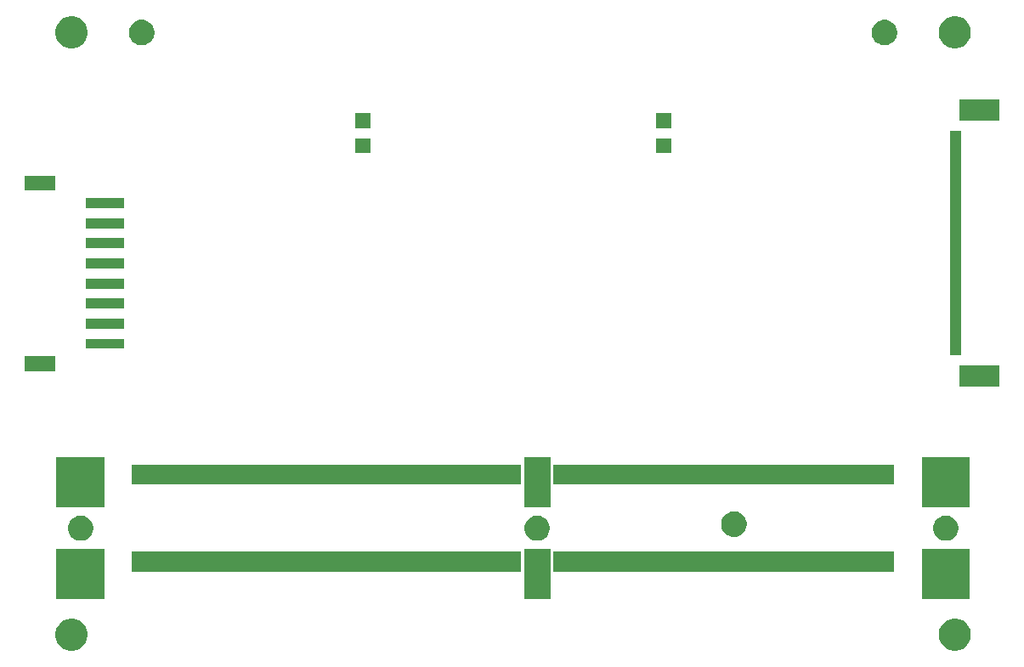
<source format=gbr>
G04 #@! TF.GenerationSoftware,KiCad,Pcbnew,5.0.2-bee76a0~70~ubuntu18.04.1*
G04 #@! TF.CreationDate,2020-10-26T08:34:28+01:00*
G04 #@! TF.ProjectId,ModulAdapter_Verv2,4d6f6475-6c41-4646-9170-7465725f5665,rev?*
G04 #@! TF.SameCoordinates,Original*
G04 #@! TF.FileFunction,Soldermask,Top*
G04 #@! TF.FilePolarity,Negative*
%FSLAX46Y46*%
G04 Gerber Fmt 4.6, Leading zero omitted, Abs format (unit mm)*
G04 Created by KiCad (PCBNEW 5.0.2-bee76a0~70~ubuntu18.04.1) date Mo 26 Okt 2020 08:34:28 CET*
%MOMM*%
%LPD*%
G01*
G04 APERTURE LIST*
%ADD10C,0.100000*%
G04 APERTURE END LIST*
D10*
G36*
X144466703Y-132461486D02*
X144757883Y-132582097D01*
X145019944Y-132757201D01*
X145242799Y-132980056D01*
X145417903Y-133242117D01*
X145538514Y-133533297D01*
X145600000Y-133842412D01*
X145600000Y-134157588D01*
X145538514Y-134466703D01*
X145417903Y-134757883D01*
X145242799Y-135019944D01*
X145019944Y-135242799D01*
X144757883Y-135417903D01*
X144466703Y-135538514D01*
X144157588Y-135600000D01*
X143842412Y-135600000D01*
X143533297Y-135538514D01*
X143242117Y-135417903D01*
X142980056Y-135242799D01*
X142757201Y-135019944D01*
X142582097Y-134757883D01*
X142461486Y-134466703D01*
X142400000Y-134157588D01*
X142400000Y-133842412D01*
X142461486Y-133533297D01*
X142582097Y-133242117D01*
X142757201Y-132980056D01*
X142980056Y-132757201D01*
X143242117Y-132582097D01*
X143533297Y-132461486D01*
X143842412Y-132400000D01*
X144157588Y-132400000D01*
X144466703Y-132461486D01*
X144466703Y-132461486D01*
G37*
G36*
X56466703Y-132461486D02*
X56757883Y-132582097D01*
X57019944Y-132757201D01*
X57242799Y-132980056D01*
X57417903Y-133242117D01*
X57538514Y-133533297D01*
X57600000Y-133842412D01*
X57600000Y-134157588D01*
X57538514Y-134466703D01*
X57417903Y-134757883D01*
X57242799Y-135019944D01*
X57019944Y-135242799D01*
X56757883Y-135417903D01*
X56466703Y-135538514D01*
X56157588Y-135600000D01*
X55842412Y-135600000D01*
X55533297Y-135538514D01*
X55242117Y-135417903D01*
X54980056Y-135242799D01*
X54757201Y-135019944D01*
X54582097Y-134757883D01*
X54461486Y-134466703D01*
X54400000Y-134157588D01*
X54400000Y-133842412D01*
X54461486Y-133533297D01*
X54582097Y-133242117D01*
X54757201Y-132980056D01*
X54980056Y-132757201D01*
X55242117Y-132582097D01*
X55533297Y-132461486D01*
X55842412Y-132400000D01*
X56157588Y-132400000D01*
X56466703Y-132461486D01*
X56466703Y-132461486D01*
G37*
G36*
X145500000Y-130490000D02*
X140700000Y-130490000D01*
X140700000Y-125490000D01*
X145500000Y-125490000D01*
X145500000Y-130490000D01*
X145500000Y-130490000D01*
G37*
G36*
X59300000Y-130490000D02*
X54500000Y-130490000D01*
X54500000Y-125490000D01*
X59300000Y-125490000D01*
X59300000Y-130490000D01*
X59300000Y-130490000D01*
G37*
G36*
X103700000Y-130490000D02*
X101100000Y-130490000D01*
X101100000Y-125490000D01*
X103700000Y-125490000D01*
X103700000Y-130490000D01*
X103700000Y-130490000D01*
G37*
G36*
X137975000Y-127750000D02*
X104025000Y-127750000D01*
X104025000Y-125750000D01*
X137975000Y-125750000D01*
X137975000Y-127750000D01*
X137975000Y-127750000D01*
G37*
G36*
X100775000Y-127750000D02*
X62025000Y-127750000D01*
X62025000Y-125750000D01*
X100775000Y-125750000D01*
X100775000Y-127750000D01*
X100775000Y-127750000D01*
G37*
G36*
X102764612Y-122198037D02*
X102992096Y-122292264D01*
X103196831Y-122429064D01*
X103370936Y-122603169D01*
X103507736Y-122807904D01*
X103601963Y-123035388D01*
X103650000Y-123276885D01*
X103650000Y-123523115D01*
X103601963Y-123764612D01*
X103507736Y-123992096D01*
X103370936Y-124196831D01*
X103196831Y-124370936D01*
X102992096Y-124507736D01*
X102764612Y-124601963D01*
X102523115Y-124650000D01*
X102276885Y-124650000D01*
X102035388Y-124601963D01*
X101807904Y-124507736D01*
X101603169Y-124370936D01*
X101429064Y-124196831D01*
X101292264Y-123992096D01*
X101198037Y-123764612D01*
X101150000Y-123523115D01*
X101150000Y-123276885D01*
X101198037Y-123035388D01*
X101292264Y-122807904D01*
X101429064Y-122603169D01*
X101603169Y-122429064D01*
X101807904Y-122292264D01*
X102035388Y-122198037D01*
X102276885Y-122150000D01*
X102523115Y-122150000D01*
X102764612Y-122198037D01*
X102764612Y-122198037D01*
G37*
G36*
X57264612Y-122198037D02*
X57492096Y-122292264D01*
X57696831Y-122429064D01*
X57870936Y-122603169D01*
X58007736Y-122807904D01*
X58101963Y-123035388D01*
X58150000Y-123276885D01*
X58150000Y-123523115D01*
X58101963Y-123764612D01*
X58007736Y-123992096D01*
X57870936Y-124196831D01*
X57696831Y-124370936D01*
X57492096Y-124507736D01*
X57264612Y-124601963D01*
X57023115Y-124650000D01*
X56776885Y-124650000D01*
X56535388Y-124601963D01*
X56307904Y-124507736D01*
X56103169Y-124370936D01*
X55929064Y-124196831D01*
X55792264Y-123992096D01*
X55698037Y-123764612D01*
X55650000Y-123523115D01*
X55650000Y-123276885D01*
X55698037Y-123035388D01*
X55792264Y-122807904D01*
X55929064Y-122603169D01*
X56103169Y-122429064D01*
X56307904Y-122292264D01*
X56535388Y-122198037D01*
X56776885Y-122150000D01*
X57023115Y-122150000D01*
X57264612Y-122198037D01*
X57264612Y-122198037D01*
G37*
G36*
X143464612Y-122198037D02*
X143692096Y-122292264D01*
X143896831Y-122429064D01*
X144070936Y-122603169D01*
X144207736Y-122807904D01*
X144301963Y-123035388D01*
X144350000Y-123276885D01*
X144350000Y-123523115D01*
X144301963Y-123764612D01*
X144207736Y-123992096D01*
X144070936Y-124196831D01*
X143896831Y-124370936D01*
X143692096Y-124507736D01*
X143464612Y-124601963D01*
X143223115Y-124650000D01*
X142976885Y-124650000D01*
X142735388Y-124601963D01*
X142507904Y-124507736D01*
X142303169Y-124370936D01*
X142129064Y-124196831D01*
X141992264Y-123992096D01*
X141898037Y-123764612D01*
X141850000Y-123523115D01*
X141850000Y-123276885D01*
X141898037Y-123035388D01*
X141992264Y-122807904D01*
X142129064Y-122603169D01*
X142303169Y-122429064D01*
X142507904Y-122292264D01*
X142735388Y-122198037D01*
X142976885Y-122150000D01*
X143223115Y-122150000D01*
X143464612Y-122198037D01*
X143464612Y-122198037D01*
G37*
G36*
X122247764Y-121754402D02*
X122370445Y-121778805D01*
X122601571Y-121874541D01*
X122809581Y-122013529D01*
X122986471Y-122190419D01*
X122986473Y-122190422D01*
X123125459Y-122398429D01*
X123221195Y-122629555D01*
X123221195Y-122629557D01*
X123256671Y-122807903D01*
X123270000Y-122874916D01*
X123270000Y-123125084D01*
X123221195Y-123370445D01*
X123125459Y-123601571D01*
X122986471Y-123809581D01*
X122809581Y-123986471D01*
X122809578Y-123986473D01*
X122601571Y-124125459D01*
X122370445Y-124221195D01*
X122247765Y-124245597D01*
X122125086Y-124270000D01*
X121874914Y-124270000D01*
X121752235Y-124245597D01*
X121629555Y-124221195D01*
X121398429Y-124125459D01*
X121190422Y-123986473D01*
X121190419Y-123986471D01*
X121013529Y-123809581D01*
X120874541Y-123601571D01*
X120778805Y-123370445D01*
X120730000Y-123125084D01*
X120730000Y-122874916D01*
X120743330Y-122807903D01*
X120778805Y-122629557D01*
X120778805Y-122629555D01*
X120874541Y-122398429D01*
X121013527Y-122190422D01*
X121013529Y-122190419D01*
X121190419Y-122013529D01*
X121398429Y-121874541D01*
X121629555Y-121778805D01*
X121752236Y-121754402D01*
X121874914Y-121730000D01*
X122125086Y-121730000D01*
X122247764Y-121754402D01*
X122247764Y-121754402D01*
G37*
G36*
X103700000Y-121310000D02*
X101100000Y-121310000D01*
X101100000Y-116310000D01*
X103700000Y-116310000D01*
X103700000Y-121310000D01*
X103700000Y-121310000D01*
G37*
G36*
X145500000Y-121310000D02*
X140700000Y-121310000D01*
X140700000Y-116310000D01*
X145500000Y-116310000D01*
X145500000Y-121310000D01*
X145500000Y-121310000D01*
G37*
G36*
X59300000Y-121310000D02*
X54500000Y-121310000D01*
X54500000Y-116310000D01*
X59300000Y-116310000D01*
X59300000Y-121310000D01*
X59300000Y-121310000D01*
G37*
G36*
X137975000Y-119050000D02*
X104025000Y-119050000D01*
X104025000Y-117050000D01*
X137975000Y-117050000D01*
X137975000Y-119050000D01*
X137975000Y-119050000D01*
G37*
G36*
X100775000Y-119050000D02*
X62025000Y-119050000D01*
X62025000Y-117050000D01*
X100775000Y-117050000D01*
X100775000Y-119050000D01*
X100775000Y-119050000D01*
G37*
G36*
X148431200Y-109279600D02*
X144431200Y-109279600D01*
X144431200Y-107179600D01*
X148431200Y-107179600D01*
X148431200Y-109279600D01*
X148431200Y-109279600D01*
G37*
G36*
X54352000Y-107768800D02*
X51352000Y-107768800D01*
X51352000Y-106268800D01*
X54352000Y-106268800D01*
X54352000Y-107768800D01*
X54352000Y-107768800D01*
G37*
G36*
X144631200Y-106129600D02*
X143531200Y-106129600D01*
X143531200Y-83829600D01*
X144631200Y-83829600D01*
X144631200Y-106129600D01*
X144631200Y-106129600D01*
G37*
G36*
X61252000Y-105518800D02*
X57452000Y-105518800D01*
X57452000Y-104518800D01*
X61252000Y-104518800D01*
X61252000Y-105518800D01*
X61252000Y-105518800D01*
G37*
G36*
X61252000Y-103518800D02*
X57452000Y-103518800D01*
X57452000Y-102518800D01*
X61252000Y-102518800D01*
X61252000Y-103518800D01*
X61252000Y-103518800D01*
G37*
G36*
X61252000Y-101518800D02*
X57452000Y-101518800D01*
X57452000Y-100518800D01*
X61252000Y-100518800D01*
X61252000Y-101518800D01*
X61252000Y-101518800D01*
G37*
G36*
X61252000Y-99518800D02*
X57452000Y-99518800D01*
X57452000Y-98518800D01*
X61252000Y-98518800D01*
X61252000Y-99518800D01*
X61252000Y-99518800D01*
G37*
G36*
X61252000Y-97518800D02*
X57452000Y-97518800D01*
X57452000Y-96518800D01*
X61252000Y-96518800D01*
X61252000Y-97518800D01*
X61252000Y-97518800D01*
G37*
G36*
X61252000Y-95518800D02*
X57452000Y-95518800D01*
X57452000Y-94518800D01*
X61252000Y-94518800D01*
X61252000Y-95518800D01*
X61252000Y-95518800D01*
G37*
G36*
X61252000Y-93518800D02*
X57452000Y-93518800D01*
X57452000Y-92518800D01*
X61252000Y-92518800D01*
X61252000Y-93518800D01*
X61252000Y-93518800D01*
G37*
G36*
X61252000Y-91518800D02*
X57452000Y-91518800D01*
X57452000Y-90518800D01*
X61252000Y-90518800D01*
X61252000Y-91518800D01*
X61252000Y-91518800D01*
G37*
G36*
X54352000Y-89768800D02*
X51352000Y-89768800D01*
X51352000Y-88268800D01*
X54352000Y-88268800D01*
X54352000Y-89768800D01*
X54352000Y-89768800D01*
G37*
G36*
X115750570Y-86050570D02*
X114249430Y-86050570D01*
X114249430Y-84549430D01*
X115750570Y-84549430D01*
X115750570Y-86050570D01*
X115750570Y-86050570D01*
G37*
G36*
X85764570Y-86050570D02*
X84263430Y-86050570D01*
X84263430Y-84549430D01*
X85764570Y-84549430D01*
X85764570Y-86050570D01*
X85764570Y-86050570D01*
G37*
G36*
X115736570Y-83550570D02*
X114235430Y-83550570D01*
X114235430Y-82049430D01*
X115736570Y-82049430D01*
X115736570Y-83550570D01*
X115736570Y-83550570D01*
G37*
G36*
X85764570Y-83550570D02*
X84263430Y-83550570D01*
X84263430Y-82049430D01*
X85764570Y-82049430D01*
X85764570Y-83550570D01*
X85764570Y-83550570D01*
G37*
G36*
X148431200Y-82779600D02*
X144431200Y-82779600D01*
X144431200Y-80679600D01*
X148431200Y-80679600D01*
X148431200Y-82779600D01*
X148431200Y-82779600D01*
G37*
G36*
X56466703Y-72461486D02*
X56757883Y-72582097D01*
X57019944Y-72757201D01*
X57242799Y-72980056D01*
X57417903Y-73242117D01*
X57538514Y-73533297D01*
X57600000Y-73842412D01*
X57600000Y-74157588D01*
X57538514Y-74466703D01*
X57417903Y-74757883D01*
X57242799Y-75019944D01*
X57019944Y-75242799D01*
X56757883Y-75417903D01*
X56466703Y-75538514D01*
X56157588Y-75600000D01*
X55842412Y-75600000D01*
X55533297Y-75538514D01*
X55242117Y-75417903D01*
X54980056Y-75242799D01*
X54757201Y-75019944D01*
X54582097Y-74757883D01*
X54461486Y-74466703D01*
X54400000Y-74157588D01*
X54400000Y-73842412D01*
X54461486Y-73533297D01*
X54582097Y-73242117D01*
X54757201Y-72980056D01*
X54980056Y-72757201D01*
X55242117Y-72582097D01*
X55533297Y-72461486D01*
X55842412Y-72400000D01*
X56157588Y-72400000D01*
X56466703Y-72461486D01*
X56466703Y-72461486D01*
G37*
G36*
X144466703Y-72461486D02*
X144757883Y-72582097D01*
X145019944Y-72757201D01*
X145242799Y-72980056D01*
X145417903Y-73242117D01*
X145538514Y-73533297D01*
X145600000Y-73842412D01*
X145600000Y-74157588D01*
X145538514Y-74466703D01*
X145417903Y-74757883D01*
X145242799Y-75019944D01*
X145019944Y-75242799D01*
X144757883Y-75417903D01*
X144466703Y-75538514D01*
X144157588Y-75600000D01*
X143842412Y-75600000D01*
X143533297Y-75538514D01*
X143242117Y-75417903D01*
X142980056Y-75242799D01*
X142757201Y-75019944D01*
X142582097Y-74757883D01*
X142461486Y-74466703D01*
X142400000Y-74157588D01*
X142400000Y-73842412D01*
X142461486Y-73533297D01*
X142582097Y-73242117D01*
X142757201Y-72980056D01*
X142980056Y-72757201D01*
X143242117Y-72582097D01*
X143533297Y-72461486D01*
X143842412Y-72400000D01*
X144157588Y-72400000D01*
X144466703Y-72461486D01*
X144466703Y-72461486D01*
G37*
G36*
X63247765Y-72754403D02*
X63370445Y-72778805D01*
X63601571Y-72874541D01*
X63809581Y-73013529D01*
X63986471Y-73190419D01*
X63986473Y-73190422D01*
X64125459Y-73398429D01*
X64221195Y-73629555D01*
X64270000Y-73874916D01*
X64270000Y-74125084D01*
X64221195Y-74370445D01*
X64181323Y-74466703D01*
X64125459Y-74601571D01*
X63986471Y-74809581D01*
X63809581Y-74986471D01*
X63809578Y-74986473D01*
X63601571Y-75125459D01*
X63370445Y-75221195D01*
X63247765Y-75245597D01*
X63125086Y-75270000D01*
X62874914Y-75270000D01*
X62752235Y-75245597D01*
X62629555Y-75221195D01*
X62398429Y-75125459D01*
X62190422Y-74986473D01*
X62190419Y-74986471D01*
X62013529Y-74809581D01*
X61874541Y-74601571D01*
X61818677Y-74466703D01*
X61778805Y-74370445D01*
X61730000Y-74125084D01*
X61730000Y-73874916D01*
X61778805Y-73629555D01*
X61874541Y-73398429D01*
X62013527Y-73190422D01*
X62013529Y-73190419D01*
X62190419Y-73013529D01*
X62398429Y-72874541D01*
X62629555Y-72778805D01*
X62752235Y-72754403D01*
X62874914Y-72730000D01*
X63125086Y-72730000D01*
X63247765Y-72754403D01*
X63247765Y-72754403D01*
G37*
G36*
X137247765Y-72754403D02*
X137370445Y-72778805D01*
X137601571Y-72874541D01*
X137809581Y-73013529D01*
X137986471Y-73190419D01*
X137986473Y-73190422D01*
X138125459Y-73398429D01*
X138221195Y-73629555D01*
X138270000Y-73874916D01*
X138270000Y-74125084D01*
X138221195Y-74370445D01*
X138181323Y-74466703D01*
X138125459Y-74601571D01*
X137986471Y-74809581D01*
X137809581Y-74986471D01*
X137809578Y-74986473D01*
X137601571Y-75125459D01*
X137370445Y-75221195D01*
X137247765Y-75245597D01*
X137125086Y-75270000D01*
X136874914Y-75270000D01*
X136752235Y-75245597D01*
X136629555Y-75221195D01*
X136398429Y-75125459D01*
X136190422Y-74986473D01*
X136190419Y-74986471D01*
X136013529Y-74809581D01*
X135874541Y-74601571D01*
X135818677Y-74466703D01*
X135778805Y-74370445D01*
X135730000Y-74125084D01*
X135730000Y-73874916D01*
X135778805Y-73629555D01*
X135874541Y-73398429D01*
X136013527Y-73190422D01*
X136013529Y-73190419D01*
X136190419Y-73013529D01*
X136398429Y-72874541D01*
X136629555Y-72778805D01*
X136752235Y-72754403D01*
X136874914Y-72730000D01*
X137125086Y-72730000D01*
X137247765Y-72754403D01*
X137247765Y-72754403D01*
G37*
M02*

</source>
